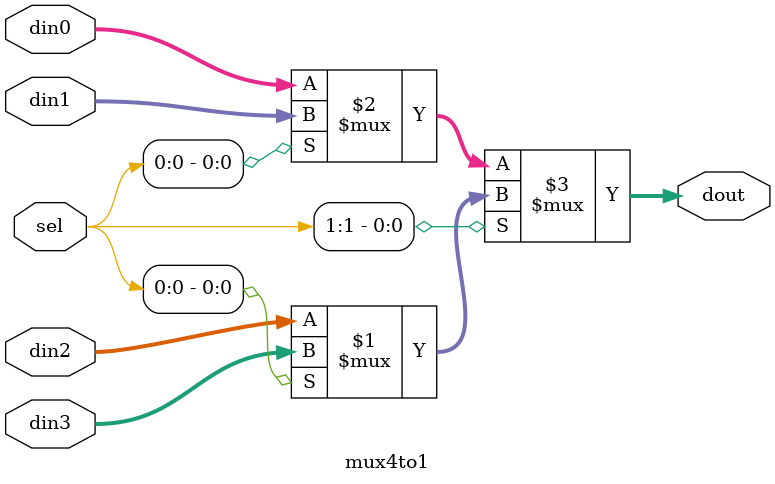
<source format=v>

`timescale 1ns/1ns
module mux4to1
    #(parameter N=32)
    (input [N-1:0] din0,
    input [N-1:0] din1,
    input [N-1:0] din2,
    input [N-1:0] din3,
    input [1:0] sel,
    output [N-1:0] dout);

assign dout = sel[1] ? (sel[0] ? din3 : din2) 
                     : (sel[0] ? din1 : din0);

endmodule


</source>
